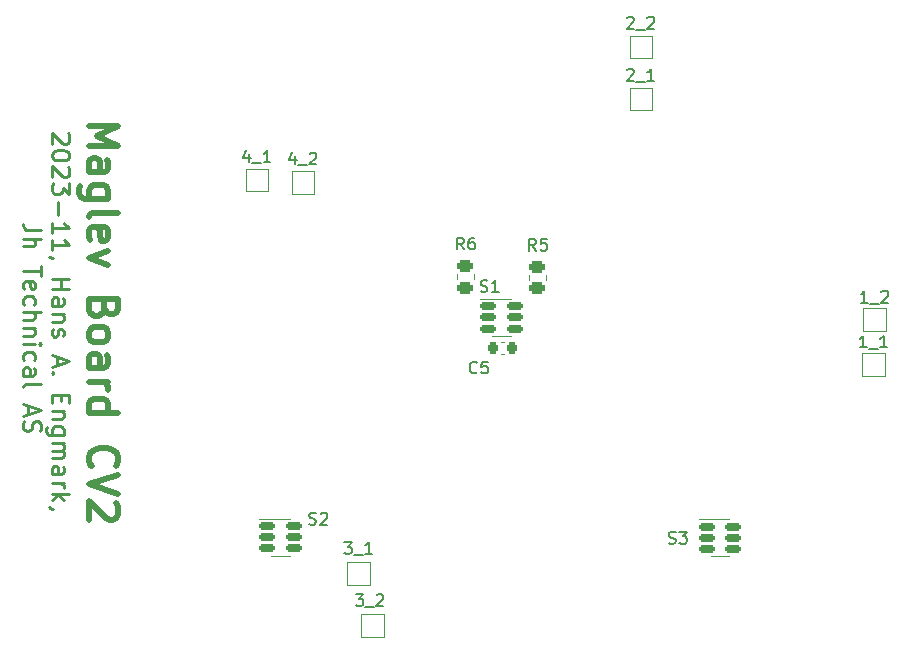
<source format=gto>
%TF.GenerationSoftware,KiCad,Pcbnew,7.0.9-7.0.9~ubuntu23.04.1*%
%TF.CreationDate,2023-11-29T14:17:22+01:00*%
%TF.ProjectId,maglev cv2,6d61676c-6576-4206-9376-322e6b696361,rev?*%
%TF.SameCoordinates,Original*%
%TF.FileFunction,Legend,Top*%
%TF.FilePolarity,Positive*%
%FSLAX46Y46*%
G04 Gerber Fmt 4.6, Leading zero omitted, Abs format (unit mm)*
G04 Created by KiCad (PCBNEW 7.0.9-7.0.9~ubuntu23.04.1) date 2023-11-29 14:17:22*
%MOMM*%
%LPD*%
G01*
G04 APERTURE LIST*
G04 Aperture macros list*
%AMRoundRect*
0 Rectangle with rounded corners*
0 $1 Rounding radius*
0 $2 $3 $4 $5 $6 $7 $8 $9 X,Y pos of 4 corners*
0 Add a 4 corners polygon primitive as box body*
4,1,4,$2,$3,$4,$5,$6,$7,$8,$9,$2,$3,0*
0 Add four circle primitives for the rounded corners*
1,1,$1+$1,$2,$3*
1,1,$1+$1,$4,$5*
1,1,$1+$1,$6,$7*
1,1,$1+$1,$8,$9*
0 Add four rect primitives between the rounded corners*
20,1,$1+$1,$2,$3,$4,$5,0*
20,1,$1+$1,$4,$5,$6,$7,0*
20,1,$1+$1,$6,$7,$8,$9,0*
20,1,$1+$1,$8,$9,$2,$3,0*%
G04 Aperture macros list end*
%ADD10C,0.250000*%
%ADD11C,0.500000*%
%ADD12C,0.150000*%
%ADD13C,0.120000*%
%ADD14R,1.500000X1.500000*%
%ADD15RoundRect,0.250000X-0.450000X0.262500X-0.450000X-0.262500X0.450000X-0.262500X0.450000X0.262500X0*%
%ADD16RoundRect,0.225000X-0.225000X-0.250000X0.225000X-0.250000X0.225000X0.250000X-0.225000X0.250000X0*%
%ADD17RoundRect,0.150000X-0.512500X-0.150000X0.512500X-0.150000X0.512500X0.150000X-0.512500X0.150000X0*%
%ADD18C,2.500000*%
%ADD19RoundRect,0.250000X0.450000X-0.262500X0.450000X0.262500X-0.450000X0.262500X-0.450000X-0.262500X0*%
%ADD20C,3.200000*%
%ADD21C,2.000000*%
G04 APERTURE END LIST*
D10*
X109483714Y-83676115D02*
X109555142Y-83747543D01*
X109555142Y-83747543D02*
X109626571Y-83890401D01*
X109626571Y-83890401D02*
X109626571Y-84247543D01*
X109626571Y-84247543D02*
X109555142Y-84390401D01*
X109555142Y-84390401D02*
X109483714Y-84461829D01*
X109483714Y-84461829D02*
X109340857Y-84533258D01*
X109340857Y-84533258D02*
X109198000Y-84533258D01*
X109198000Y-84533258D02*
X108983714Y-84461829D01*
X108983714Y-84461829D02*
X108126571Y-83604686D01*
X108126571Y-83604686D02*
X108126571Y-84533258D01*
X109626571Y-85461829D02*
X109626571Y-85604686D01*
X109626571Y-85604686D02*
X109555142Y-85747543D01*
X109555142Y-85747543D02*
X109483714Y-85818972D01*
X109483714Y-85818972D02*
X109340857Y-85890400D01*
X109340857Y-85890400D02*
X109055142Y-85961829D01*
X109055142Y-85961829D02*
X108698000Y-85961829D01*
X108698000Y-85961829D02*
X108412285Y-85890400D01*
X108412285Y-85890400D02*
X108269428Y-85818972D01*
X108269428Y-85818972D02*
X108198000Y-85747543D01*
X108198000Y-85747543D02*
X108126571Y-85604686D01*
X108126571Y-85604686D02*
X108126571Y-85461829D01*
X108126571Y-85461829D02*
X108198000Y-85318972D01*
X108198000Y-85318972D02*
X108269428Y-85247543D01*
X108269428Y-85247543D02*
X108412285Y-85176114D01*
X108412285Y-85176114D02*
X108698000Y-85104686D01*
X108698000Y-85104686D02*
X109055142Y-85104686D01*
X109055142Y-85104686D02*
X109340857Y-85176114D01*
X109340857Y-85176114D02*
X109483714Y-85247543D01*
X109483714Y-85247543D02*
X109555142Y-85318972D01*
X109555142Y-85318972D02*
X109626571Y-85461829D01*
X109483714Y-86533257D02*
X109555142Y-86604685D01*
X109555142Y-86604685D02*
X109626571Y-86747543D01*
X109626571Y-86747543D02*
X109626571Y-87104685D01*
X109626571Y-87104685D02*
X109555142Y-87247543D01*
X109555142Y-87247543D02*
X109483714Y-87318971D01*
X109483714Y-87318971D02*
X109340857Y-87390400D01*
X109340857Y-87390400D02*
X109198000Y-87390400D01*
X109198000Y-87390400D02*
X108983714Y-87318971D01*
X108983714Y-87318971D02*
X108126571Y-86461828D01*
X108126571Y-86461828D02*
X108126571Y-87390400D01*
X109626571Y-87890399D02*
X109626571Y-88818971D01*
X109626571Y-88818971D02*
X109055142Y-88318971D01*
X109055142Y-88318971D02*
X109055142Y-88533256D01*
X109055142Y-88533256D02*
X108983714Y-88676114D01*
X108983714Y-88676114D02*
X108912285Y-88747542D01*
X108912285Y-88747542D02*
X108769428Y-88818971D01*
X108769428Y-88818971D02*
X108412285Y-88818971D01*
X108412285Y-88818971D02*
X108269428Y-88747542D01*
X108269428Y-88747542D02*
X108198000Y-88676114D01*
X108198000Y-88676114D02*
X108126571Y-88533256D01*
X108126571Y-88533256D02*
X108126571Y-88104685D01*
X108126571Y-88104685D02*
X108198000Y-87961828D01*
X108198000Y-87961828D02*
X108269428Y-87890399D01*
X108698000Y-89461827D02*
X108698000Y-90604685D01*
X108126571Y-92104685D02*
X108126571Y-91247542D01*
X108126571Y-91676113D02*
X109626571Y-91676113D01*
X109626571Y-91676113D02*
X109412285Y-91533256D01*
X109412285Y-91533256D02*
X109269428Y-91390399D01*
X109269428Y-91390399D02*
X109198000Y-91247542D01*
X108126571Y-93533256D02*
X108126571Y-92676113D01*
X108126571Y-93104684D02*
X109626571Y-93104684D01*
X109626571Y-93104684D02*
X109412285Y-92961827D01*
X109412285Y-92961827D02*
X109269428Y-92818970D01*
X109269428Y-92818970D02*
X109198000Y-92676113D01*
X108198000Y-94247541D02*
X108126571Y-94247541D01*
X108126571Y-94247541D02*
X107983714Y-94176112D01*
X107983714Y-94176112D02*
X107912285Y-94104684D01*
X108126571Y-96033255D02*
X109626571Y-96033255D01*
X108912285Y-96033255D02*
X108912285Y-96890398D01*
X108126571Y-96890398D02*
X109626571Y-96890398D01*
X108126571Y-98247542D02*
X108912285Y-98247542D01*
X108912285Y-98247542D02*
X109055142Y-98176113D01*
X109055142Y-98176113D02*
X109126571Y-98033256D01*
X109126571Y-98033256D02*
X109126571Y-97747542D01*
X109126571Y-97747542D02*
X109055142Y-97604684D01*
X108198000Y-98247542D02*
X108126571Y-98104684D01*
X108126571Y-98104684D02*
X108126571Y-97747542D01*
X108126571Y-97747542D02*
X108198000Y-97604684D01*
X108198000Y-97604684D02*
X108340857Y-97533256D01*
X108340857Y-97533256D02*
X108483714Y-97533256D01*
X108483714Y-97533256D02*
X108626571Y-97604684D01*
X108626571Y-97604684D02*
X108698000Y-97747542D01*
X108698000Y-97747542D02*
X108698000Y-98104684D01*
X108698000Y-98104684D02*
X108769428Y-98247542D01*
X109126571Y-98961827D02*
X108126571Y-98961827D01*
X108983714Y-98961827D02*
X109055142Y-99033256D01*
X109055142Y-99033256D02*
X109126571Y-99176113D01*
X109126571Y-99176113D02*
X109126571Y-99390399D01*
X109126571Y-99390399D02*
X109055142Y-99533256D01*
X109055142Y-99533256D02*
X108912285Y-99604685D01*
X108912285Y-99604685D02*
X108126571Y-99604685D01*
X108198000Y-100247542D02*
X108126571Y-100390399D01*
X108126571Y-100390399D02*
X108126571Y-100676113D01*
X108126571Y-100676113D02*
X108198000Y-100818970D01*
X108198000Y-100818970D02*
X108340857Y-100890399D01*
X108340857Y-100890399D02*
X108412285Y-100890399D01*
X108412285Y-100890399D02*
X108555142Y-100818970D01*
X108555142Y-100818970D02*
X108626571Y-100676113D01*
X108626571Y-100676113D02*
X108626571Y-100461828D01*
X108626571Y-100461828D02*
X108698000Y-100318970D01*
X108698000Y-100318970D02*
X108840857Y-100247542D01*
X108840857Y-100247542D02*
X108912285Y-100247542D01*
X108912285Y-100247542D02*
X109055142Y-100318970D01*
X109055142Y-100318970D02*
X109126571Y-100461828D01*
X109126571Y-100461828D02*
X109126571Y-100676113D01*
X109126571Y-100676113D02*
X109055142Y-100818970D01*
X108555142Y-102604685D02*
X108555142Y-103318971D01*
X108126571Y-102461828D02*
X109626571Y-102961828D01*
X109626571Y-102961828D02*
X108126571Y-103461828D01*
X108269428Y-103961827D02*
X108198000Y-104033256D01*
X108198000Y-104033256D02*
X108126571Y-103961827D01*
X108126571Y-103961827D02*
X108198000Y-103890399D01*
X108198000Y-103890399D02*
X108269428Y-103961827D01*
X108269428Y-103961827D02*
X108126571Y-103961827D01*
X108912285Y-105818970D02*
X108912285Y-106318970D01*
X108126571Y-106533256D02*
X108126571Y-105818970D01*
X108126571Y-105818970D02*
X109626571Y-105818970D01*
X109626571Y-105818970D02*
X109626571Y-106533256D01*
X109126571Y-107176113D02*
X108126571Y-107176113D01*
X108983714Y-107176113D02*
X109055142Y-107247542D01*
X109055142Y-107247542D02*
X109126571Y-107390399D01*
X109126571Y-107390399D02*
X109126571Y-107604685D01*
X109126571Y-107604685D02*
X109055142Y-107747542D01*
X109055142Y-107747542D02*
X108912285Y-107818971D01*
X108912285Y-107818971D02*
X108126571Y-107818971D01*
X109126571Y-109176114D02*
X107912285Y-109176114D01*
X107912285Y-109176114D02*
X107769428Y-109104685D01*
X107769428Y-109104685D02*
X107698000Y-109033256D01*
X107698000Y-109033256D02*
X107626571Y-108890399D01*
X107626571Y-108890399D02*
X107626571Y-108676114D01*
X107626571Y-108676114D02*
X107698000Y-108533256D01*
X108198000Y-109176114D02*
X108126571Y-109033256D01*
X108126571Y-109033256D02*
X108126571Y-108747542D01*
X108126571Y-108747542D02*
X108198000Y-108604685D01*
X108198000Y-108604685D02*
X108269428Y-108533256D01*
X108269428Y-108533256D02*
X108412285Y-108461828D01*
X108412285Y-108461828D02*
X108840857Y-108461828D01*
X108840857Y-108461828D02*
X108983714Y-108533256D01*
X108983714Y-108533256D02*
X109055142Y-108604685D01*
X109055142Y-108604685D02*
X109126571Y-108747542D01*
X109126571Y-108747542D02*
X109126571Y-109033256D01*
X109126571Y-109033256D02*
X109055142Y-109176114D01*
X108126571Y-109890399D02*
X109126571Y-109890399D01*
X108983714Y-109890399D02*
X109055142Y-109961828D01*
X109055142Y-109961828D02*
X109126571Y-110104685D01*
X109126571Y-110104685D02*
X109126571Y-110318971D01*
X109126571Y-110318971D02*
X109055142Y-110461828D01*
X109055142Y-110461828D02*
X108912285Y-110533257D01*
X108912285Y-110533257D02*
X108126571Y-110533257D01*
X108912285Y-110533257D02*
X109055142Y-110604685D01*
X109055142Y-110604685D02*
X109126571Y-110747542D01*
X109126571Y-110747542D02*
X109126571Y-110961828D01*
X109126571Y-110961828D02*
X109055142Y-111104685D01*
X109055142Y-111104685D02*
X108912285Y-111176114D01*
X108912285Y-111176114D02*
X108126571Y-111176114D01*
X108126571Y-112533257D02*
X108912285Y-112533257D01*
X108912285Y-112533257D02*
X109055142Y-112461828D01*
X109055142Y-112461828D02*
X109126571Y-112318971D01*
X109126571Y-112318971D02*
X109126571Y-112033257D01*
X109126571Y-112033257D02*
X109055142Y-111890399D01*
X108198000Y-112533257D02*
X108126571Y-112390399D01*
X108126571Y-112390399D02*
X108126571Y-112033257D01*
X108126571Y-112033257D02*
X108198000Y-111890399D01*
X108198000Y-111890399D02*
X108340857Y-111818971D01*
X108340857Y-111818971D02*
X108483714Y-111818971D01*
X108483714Y-111818971D02*
X108626571Y-111890399D01*
X108626571Y-111890399D02*
X108698000Y-112033257D01*
X108698000Y-112033257D02*
X108698000Y-112390399D01*
X108698000Y-112390399D02*
X108769428Y-112533257D01*
X108126571Y-113247542D02*
X109126571Y-113247542D01*
X108840857Y-113247542D02*
X108983714Y-113318971D01*
X108983714Y-113318971D02*
X109055142Y-113390400D01*
X109055142Y-113390400D02*
X109126571Y-113533257D01*
X109126571Y-113533257D02*
X109126571Y-113676114D01*
X108126571Y-114176113D02*
X109626571Y-114176113D01*
X108698000Y-114318971D02*
X108126571Y-114747542D01*
X109126571Y-114747542D02*
X108555142Y-114176113D01*
X108198000Y-115461828D02*
X108126571Y-115461828D01*
X108126571Y-115461828D02*
X107983714Y-115390399D01*
X107983714Y-115390399D02*
X107912285Y-115318971D01*
X107211571Y-91890401D02*
X106140142Y-91890401D01*
X106140142Y-91890401D02*
X105925857Y-91818972D01*
X105925857Y-91818972D02*
X105783000Y-91676115D01*
X105783000Y-91676115D02*
X105711571Y-91461829D01*
X105711571Y-91461829D02*
X105711571Y-91318972D01*
X105711571Y-92604686D02*
X107211571Y-92604686D01*
X105711571Y-93247544D02*
X106497285Y-93247544D01*
X106497285Y-93247544D02*
X106640142Y-93176115D01*
X106640142Y-93176115D02*
X106711571Y-93033258D01*
X106711571Y-93033258D02*
X106711571Y-92818972D01*
X106711571Y-92818972D02*
X106640142Y-92676115D01*
X106640142Y-92676115D02*
X106568714Y-92604686D01*
X107211571Y-94890401D02*
X107211571Y-95747544D01*
X105711571Y-95318972D02*
X107211571Y-95318972D01*
X105783000Y-96818972D02*
X105711571Y-96676115D01*
X105711571Y-96676115D02*
X105711571Y-96390401D01*
X105711571Y-96390401D02*
X105783000Y-96247543D01*
X105783000Y-96247543D02*
X105925857Y-96176115D01*
X105925857Y-96176115D02*
X106497285Y-96176115D01*
X106497285Y-96176115D02*
X106640142Y-96247543D01*
X106640142Y-96247543D02*
X106711571Y-96390401D01*
X106711571Y-96390401D02*
X106711571Y-96676115D01*
X106711571Y-96676115D02*
X106640142Y-96818972D01*
X106640142Y-96818972D02*
X106497285Y-96890401D01*
X106497285Y-96890401D02*
X106354428Y-96890401D01*
X106354428Y-96890401D02*
X106211571Y-96176115D01*
X105783000Y-98176115D02*
X105711571Y-98033257D01*
X105711571Y-98033257D02*
X105711571Y-97747543D01*
X105711571Y-97747543D02*
X105783000Y-97604686D01*
X105783000Y-97604686D02*
X105854428Y-97533257D01*
X105854428Y-97533257D02*
X105997285Y-97461829D01*
X105997285Y-97461829D02*
X106425857Y-97461829D01*
X106425857Y-97461829D02*
X106568714Y-97533257D01*
X106568714Y-97533257D02*
X106640142Y-97604686D01*
X106640142Y-97604686D02*
X106711571Y-97747543D01*
X106711571Y-97747543D02*
X106711571Y-98033257D01*
X106711571Y-98033257D02*
X106640142Y-98176115D01*
X105711571Y-98818971D02*
X107211571Y-98818971D01*
X105711571Y-99461829D02*
X106497285Y-99461829D01*
X106497285Y-99461829D02*
X106640142Y-99390400D01*
X106640142Y-99390400D02*
X106711571Y-99247543D01*
X106711571Y-99247543D02*
X106711571Y-99033257D01*
X106711571Y-99033257D02*
X106640142Y-98890400D01*
X106640142Y-98890400D02*
X106568714Y-98818971D01*
X106711571Y-100176114D02*
X105711571Y-100176114D01*
X106568714Y-100176114D02*
X106640142Y-100247543D01*
X106640142Y-100247543D02*
X106711571Y-100390400D01*
X106711571Y-100390400D02*
X106711571Y-100604686D01*
X106711571Y-100604686D02*
X106640142Y-100747543D01*
X106640142Y-100747543D02*
X106497285Y-100818972D01*
X106497285Y-100818972D02*
X105711571Y-100818972D01*
X105711571Y-101533257D02*
X106711571Y-101533257D01*
X107211571Y-101533257D02*
X107140142Y-101461829D01*
X107140142Y-101461829D02*
X107068714Y-101533257D01*
X107068714Y-101533257D02*
X107140142Y-101604686D01*
X107140142Y-101604686D02*
X107211571Y-101533257D01*
X107211571Y-101533257D02*
X107068714Y-101533257D01*
X105783000Y-102890401D02*
X105711571Y-102747543D01*
X105711571Y-102747543D02*
X105711571Y-102461829D01*
X105711571Y-102461829D02*
X105783000Y-102318972D01*
X105783000Y-102318972D02*
X105854428Y-102247543D01*
X105854428Y-102247543D02*
X105997285Y-102176115D01*
X105997285Y-102176115D02*
X106425857Y-102176115D01*
X106425857Y-102176115D02*
X106568714Y-102247543D01*
X106568714Y-102247543D02*
X106640142Y-102318972D01*
X106640142Y-102318972D02*
X106711571Y-102461829D01*
X106711571Y-102461829D02*
X106711571Y-102747543D01*
X106711571Y-102747543D02*
X106640142Y-102890401D01*
X105711571Y-104176115D02*
X106497285Y-104176115D01*
X106497285Y-104176115D02*
X106640142Y-104104686D01*
X106640142Y-104104686D02*
X106711571Y-103961829D01*
X106711571Y-103961829D02*
X106711571Y-103676115D01*
X106711571Y-103676115D02*
X106640142Y-103533257D01*
X105783000Y-104176115D02*
X105711571Y-104033257D01*
X105711571Y-104033257D02*
X105711571Y-103676115D01*
X105711571Y-103676115D02*
X105783000Y-103533257D01*
X105783000Y-103533257D02*
X105925857Y-103461829D01*
X105925857Y-103461829D02*
X106068714Y-103461829D01*
X106068714Y-103461829D02*
X106211571Y-103533257D01*
X106211571Y-103533257D02*
X106283000Y-103676115D01*
X106283000Y-103676115D02*
X106283000Y-104033257D01*
X106283000Y-104033257D02*
X106354428Y-104176115D01*
X105711571Y-105104686D02*
X105783000Y-104961829D01*
X105783000Y-104961829D02*
X105925857Y-104890400D01*
X105925857Y-104890400D02*
X107211571Y-104890400D01*
X106140142Y-106747543D02*
X106140142Y-107461829D01*
X105711571Y-106604686D02*
X107211571Y-107104686D01*
X107211571Y-107104686D02*
X105711571Y-107604686D01*
X105783000Y-108033257D02*
X105711571Y-108247543D01*
X105711571Y-108247543D02*
X105711571Y-108604685D01*
X105711571Y-108604685D02*
X105783000Y-108747543D01*
X105783000Y-108747543D02*
X105854428Y-108818971D01*
X105854428Y-108818971D02*
X105997285Y-108890400D01*
X105997285Y-108890400D02*
X106140142Y-108890400D01*
X106140142Y-108890400D02*
X106283000Y-108818971D01*
X106283000Y-108818971D02*
X106354428Y-108747543D01*
X106354428Y-108747543D02*
X106425857Y-108604685D01*
X106425857Y-108604685D02*
X106497285Y-108318971D01*
X106497285Y-108318971D02*
X106568714Y-108176114D01*
X106568714Y-108176114D02*
X106640142Y-108104685D01*
X106640142Y-108104685D02*
X106783000Y-108033257D01*
X106783000Y-108033257D02*
X106925857Y-108033257D01*
X106925857Y-108033257D02*
X107068714Y-108104685D01*
X107068714Y-108104685D02*
X107140142Y-108176114D01*
X107140142Y-108176114D02*
X107211571Y-108318971D01*
X107211571Y-108318971D02*
X107211571Y-108676114D01*
X107211571Y-108676114D02*
X107140142Y-108890400D01*
D11*
X111269452Y-83033257D02*
X113769452Y-83033257D01*
X113769452Y-83033257D02*
X111983738Y-83866590D01*
X111983738Y-83866590D02*
X113769452Y-84699923D01*
X113769452Y-84699923D02*
X111269452Y-84699923D01*
X111269452Y-86961828D02*
X112578976Y-86961828D01*
X112578976Y-86961828D02*
X112817071Y-86842781D01*
X112817071Y-86842781D02*
X112936119Y-86604685D01*
X112936119Y-86604685D02*
X112936119Y-86128495D01*
X112936119Y-86128495D02*
X112817071Y-85890400D01*
X111388500Y-86961828D02*
X111269452Y-86723733D01*
X111269452Y-86723733D02*
X111269452Y-86128495D01*
X111269452Y-86128495D02*
X111388500Y-85890400D01*
X111388500Y-85890400D02*
X111626595Y-85771352D01*
X111626595Y-85771352D02*
X111864690Y-85771352D01*
X111864690Y-85771352D02*
X112102785Y-85890400D01*
X112102785Y-85890400D02*
X112221833Y-86128495D01*
X112221833Y-86128495D02*
X112221833Y-86723733D01*
X112221833Y-86723733D02*
X112340880Y-86961828D01*
X112936119Y-89223733D02*
X110912309Y-89223733D01*
X110912309Y-89223733D02*
X110674214Y-89104686D01*
X110674214Y-89104686D02*
X110555166Y-88985638D01*
X110555166Y-88985638D02*
X110436119Y-88747543D01*
X110436119Y-88747543D02*
X110436119Y-88390400D01*
X110436119Y-88390400D02*
X110555166Y-88152305D01*
X111388500Y-89223733D02*
X111269452Y-88985638D01*
X111269452Y-88985638D02*
X111269452Y-88509447D01*
X111269452Y-88509447D02*
X111388500Y-88271352D01*
X111388500Y-88271352D02*
X111507547Y-88152305D01*
X111507547Y-88152305D02*
X111745642Y-88033257D01*
X111745642Y-88033257D02*
X112459928Y-88033257D01*
X112459928Y-88033257D02*
X112698023Y-88152305D01*
X112698023Y-88152305D02*
X112817071Y-88271352D01*
X112817071Y-88271352D02*
X112936119Y-88509447D01*
X112936119Y-88509447D02*
X112936119Y-88985638D01*
X112936119Y-88985638D02*
X112817071Y-89223733D01*
X111269452Y-90771352D02*
X111388500Y-90533257D01*
X111388500Y-90533257D02*
X111626595Y-90414210D01*
X111626595Y-90414210D02*
X113769452Y-90414210D01*
X111388500Y-92676115D02*
X111269452Y-92438019D01*
X111269452Y-92438019D02*
X111269452Y-91961829D01*
X111269452Y-91961829D02*
X111388500Y-91723734D01*
X111388500Y-91723734D02*
X111626595Y-91604686D01*
X111626595Y-91604686D02*
X112578976Y-91604686D01*
X112578976Y-91604686D02*
X112817071Y-91723734D01*
X112817071Y-91723734D02*
X112936119Y-91961829D01*
X112936119Y-91961829D02*
X112936119Y-92438019D01*
X112936119Y-92438019D02*
X112817071Y-92676115D01*
X112817071Y-92676115D02*
X112578976Y-92795162D01*
X112578976Y-92795162D02*
X112340880Y-92795162D01*
X112340880Y-92795162D02*
X112102785Y-91604686D01*
X112936119Y-93628495D02*
X111269452Y-94223733D01*
X111269452Y-94223733D02*
X112936119Y-94818972D01*
X112578976Y-98509448D02*
X112459928Y-98866591D01*
X112459928Y-98866591D02*
X112340880Y-98985638D01*
X112340880Y-98985638D02*
X112102785Y-99104686D01*
X112102785Y-99104686D02*
X111745642Y-99104686D01*
X111745642Y-99104686D02*
X111507547Y-98985638D01*
X111507547Y-98985638D02*
X111388500Y-98866591D01*
X111388500Y-98866591D02*
X111269452Y-98628496D01*
X111269452Y-98628496D02*
X111269452Y-97676115D01*
X111269452Y-97676115D02*
X113769452Y-97676115D01*
X113769452Y-97676115D02*
X113769452Y-98509448D01*
X113769452Y-98509448D02*
X113650404Y-98747543D01*
X113650404Y-98747543D02*
X113531357Y-98866591D01*
X113531357Y-98866591D02*
X113293261Y-98985638D01*
X113293261Y-98985638D02*
X113055166Y-98985638D01*
X113055166Y-98985638D02*
X112817071Y-98866591D01*
X112817071Y-98866591D02*
X112698023Y-98747543D01*
X112698023Y-98747543D02*
X112578976Y-98509448D01*
X112578976Y-98509448D02*
X112578976Y-97676115D01*
X111269452Y-100533257D02*
X111388500Y-100295162D01*
X111388500Y-100295162D02*
X111507547Y-100176115D01*
X111507547Y-100176115D02*
X111745642Y-100057067D01*
X111745642Y-100057067D02*
X112459928Y-100057067D01*
X112459928Y-100057067D02*
X112698023Y-100176115D01*
X112698023Y-100176115D02*
X112817071Y-100295162D01*
X112817071Y-100295162D02*
X112936119Y-100533257D01*
X112936119Y-100533257D02*
X112936119Y-100890400D01*
X112936119Y-100890400D02*
X112817071Y-101128496D01*
X112817071Y-101128496D02*
X112698023Y-101247543D01*
X112698023Y-101247543D02*
X112459928Y-101366591D01*
X112459928Y-101366591D02*
X111745642Y-101366591D01*
X111745642Y-101366591D02*
X111507547Y-101247543D01*
X111507547Y-101247543D02*
X111388500Y-101128496D01*
X111388500Y-101128496D02*
X111269452Y-100890400D01*
X111269452Y-100890400D02*
X111269452Y-100533257D01*
X111269452Y-103509448D02*
X112578976Y-103509448D01*
X112578976Y-103509448D02*
X112817071Y-103390401D01*
X112817071Y-103390401D02*
X112936119Y-103152305D01*
X112936119Y-103152305D02*
X112936119Y-102676115D01*
X112936119Y-102676115D02*
X112817071Y-102438020D01*
X111388500Y-103509448D02*
X111269452Y-103271353D01*
X111269452Y-103271353D02*
X111269452Y-102676115D01*
X111269452Y-102676115D02*
X111388500Y-102438020D01*
X111388500Y-102438020D02*
X111626595Y-102318972D01*
X111626595Y-102318972D02*
X111864690Y-102318972D01*
X111864690Y-102318972D02*
X112102785Y-102438020D01*
X112102785Y-102438020D02*
X112221833Y-102676115D01*
X112221833Y-102676115D02*
X112221833Y-103271353D01*
X112221833Y-103271353D02*
X112340880Y-103509448D01*
X111269452Y-104699925D02*
X112936119Y-104699925D01*
X112459928Y-104699925D02*
X112698023Y-104818972D01*
X112698023Y-104818972D02*
X112817071Y-104938020D01*
X112817071Y-104938020D02*
X112936119Y-105176115D01*
X112936119Y-105176115D02*
X112936119Y-105414210D01*
X111269452Y-107318972D02*
X113769452Y-107318972D01*
X111388500Y-107318972D02*
X111269452Y-107080877D01*
X111269452Y-107080877D02*
X111269452Y-106604686D01*
X111269452Y-106604686D02*
X111388500Y-106366591D01*
X111388500Y-106366591D02*
X111507547Y-106247544D01*
X111507547Y-106247544D02*
X111745642Y-106128496D01*
X111745642Y-106128496D02*
X112459928Y-106128496D01*
X112459928Y-106128496D02*
X112698023Y-106247544D01*
X112698023Y-106247544D02*
X112817071Y-106366591D01*
X112817071Y-106366591D02*
X112936119Y-106604686D01*
X112936119Y-106604686D02*
X112936119Y-107080877D01*
X112936119Y-107080877D02*
X112817071Y-107318972D01*
X111507547Y-111842782D02*
X111388500Y-111723734D01*
X111388500Y-111723734D02*
X111269452Y-111366592D01*
X111269452Y-111366592D02*
X111269452Y-111128496D01*
X111269452Y-111128496D02*
X111388500Y-110771353D01*
X111388500Y-110771353D02*
X111626595Y-110533258D01*
X111626595Y-110533258D02*
X111864690Y-110414211D01*
X111864690Y-110414211D02*
X112340880Y-110295163D01*
X112340880Y-110295163D02*
X112698023Y-110295163D01*
X112698023Y-110295163D02*
X113174214Y-110414211D01*
X113174214Y-110414211D02*
X113412309Y-110533258D01*
X113412309Y-110533258D02*
X113650404Y-110771353D01*
X113650404Y-110771353D02*
X113769452Y-111128496D01*
X113769452Y-111128496D02*
X113769452Y-111366592D01*
X113769452Y-111366592D02*
X113650404Y-111723734D01*
X113650404Y-111723734D02*
X113531357Y-111842782D01*
X113769452Y-112557068D02*
X111269452Y-113390401D01*
X111269452Y-113390401D02*
X113769452Y-114223734D01*
X113531357Y-114938020D02*
X113650404Y-115057068D01*
X113650404Y-115057068D02*
X113769452Y-115295163D01*
X113769452Y-115295163D02*
X113769452Y-115890401D01*
X113769452Y-115890401D02*
X113650404Y-116128496D01*
X113650404Y-116128496D02*
X113531357Y-116247544D01*
X113531357Y-116247544D02*
X113293261Y-116366591D01*
X113293261Y-116366591D02*
X113055166Y-116366591D01*
X113055166Y-116366591D02*
X112698023Y-116247544D01*
X112698023Y-116247544D02*
X111269452Y-114818972D01*
X111269452Y-114818972D02*
X111269452Y-116366591D01*
D12*
X133873524Y-122675619D02*
X134492571Y-122675619D01*
X134492571Y-122675619D02*
X134159238Y-123056571D01*
X134159238Y-123056571D02*
X134302095Y-123056571D01*
X134302095Y-123056571D02*
X134397333Y-123104190D01*
X134397333Y-123104190D02*
X134444952Y-123151809D01*
X134444952Y-123151809D02*
X134492571Y-123247047D01*
X134492571Y-123247047D02*
X134492571Y-123485142D01*
X134492571Y-123485142D02*
X134444952Y-123580380D01*
X134444952Y-123580380D02*
X134397333Y-123628000D01*
X134397333Y-123628000D02*
X134302095Y-123675619D01*
X134302095Y-123675619D02*
X134016381Y-123675619D01*
X134016381Y-123675619D02*
X133921143Y-123628000D01*
X133921143Y-123628000D02*
X133873524Y-123580380D01*
X134683048Y-123770857D02*
X135444952Y-123770857D01*
X135635429Y-122770857D02*
X135683048Y-122723238D01*
X135683048Y-122723238D02*
X135778286Y-122675619D01*
X135778286Y-122675619D02*
X136016381Y-122675619D01*
X136016381Y-122675619D02*
X136111619Y-122723238D01*
X136111619Y-122723238D02*
X136159238Y-122770857D01*
X136159238Y-122770857D02*
X136206857Y-122866095D01*
X136206857Y-122866095D02*
X136206857Y-122961333D01*
X136206857Y-122961333D02*
X136159238Y-123104190D01*
X136159238Y-123104190D02*
X135587810Y-123675619D01*
X135587810Y-123675619D02*
X136206857Y-123675619D01*
X149133333Y-93595219D02*
X148800000Y-93119028D01*
X148561905Y-93595219D02*
X148561905Y-92595219D01*
X148561905Y-92595219D02*
X148942857Y-92595219D01*
X148942857Y-92595219D02*
X149038095Y-92642838D01*
X149038095Y-92642838D02*
X149085714Y-92690457D01*
X149085714Y-92690457D02*
X149133333Y-92785695D01*
X149133333Y-92785695D02*
X149133333Y-92928552D01*
X149133333Y-92928552D02*
X149085714Y-93023790D01*
X149085714Y-93023790D02*
X149038095Y-93071409D01*
X149038095Y-93071409D02*
X148942857Y-93119028D01*
X148942857Y-93119028D02*
X148561905Y-93119028D01*
X150038095Y-92595219D02*
X149561905Y-92595219D01*
X149561905Y-92595219D02*
X149514286Y-93071409D01*
X149514286Y-93071409D02*
X149561905Y-93023790D01*
X149561905Y-93023790D02*
X149657143Y-92976171D01*
X149657143Y-92976171D02*
X149895238Y-92976171D01*
X149895238Y-92976171D02*
X149990476Y-93023790D01*
X149990476Y-93023790D02*
X150038095Y-93071409D01*
X150038095Y-93071409D02*
X150085714Y-93166647D01*
X150085714Y-93166647D02*
X150085714Y-93404742D01*
X150085714Y-93404742D02*
X150038095Y-93499980D01*
X150038095Y-93499980D02*
X149990476Y-93547600D01*
X149990476Y-93547600D02*
X149895238Y-93595219D01*
X149895238Y-93595219D02*
X149657143Y-93595219D01*
X149657143Y-93595219D02*
X149561905Y-93547600D01*
X149561905Y-93547600D02*
X149514286Y-93499980D01*
X124833333Y-85428552D02*
X124833333Y-86095219D01*
X124595238Y-85047600D02*
X124357143Y-85761885D01*
X124357143Y-85761885D02*
X124976190Y-85761885D01*
X125119048Y-86190457D02*
X125880952Y-86190457D01*
X126642857Y-86095219D02*
X126071429Y-86095219D01*
X126357143Y-86095219D02*
X126357143Y-85095219D01*
X126357143Y-85095219D02*
X126261905Y-85238076D01*
X126261905Y-85238076D02*
X126166667Y-85333314D01*
X126166667Y-85333314D02*
X126071429Y-85380933D01*
X144133333Y-103899980D02*
X144085714Y-103947600D01*
X144085714Y-103947600D02*
X143942857Y-103995219D01*
X143942857Y-103995219D02*
X143847619Y-103995219D01*
X143847619Y-103995219D02*
X143704762Y-103947600D01*
X143704762Y-103947600D02*
X143609524Y-103852361D01*
X143609524Y-103852361D02*
X143561905Y-103757123D01*
X143561905Y-103757123D02*
X143514286Y-103566647D01*
X143514286Y-103566647D02*
X143514286Y-103423790D01*
X143514286Y-103423790D02*
X143561905Y-103233314D01*
X143561905Y-103233314D02*
X143609524Y-103138076D01*
X143609524Y-103138076D02*
X143704762Y-103042838D01*
X143704762Y-103042838D02*
X143847619Y-102995219D01*
X143847619Y-102995219D02*
X143942857Y-102995219D01*
X143942857Y-102995219D02*
X144085714Y-103042838D01*
X144085714Y-103042838D02*
X144133333Y-103090457D01*
X145038095Y-102995219D02*
X144561905Y-102995219D01*
X144561905Y-102995219D02*
X144514286Y-103471409D01*
X144514286Y-103471409D02*
X144561905Y-103423790D01*
X144561905Y-103423790D02*
X144657143Y-103376171D01*
X144657143Y-103376171D02*
X144895238Y-103376171D01*
X144895238Y-103376171D02*
X144990476Y-103423790D01*
X144990476Y-103423790D02*
X145038095Y-103471409D01*
X145038095Y-103471409D02*
X145085714Y-103566647D01*
X145085714Y-103566647D02*
X145085714Y-103804742D01*
X145085714Y-103804742D02*
X145038095Y-103899980D01*
X145038095Y-103899980D02*
X144990476Y-103947600D01*
X144990476Y-103947600D02*
X144895238Y-103995219D01*
X144895238Y-103995219D02*
X144657143Y-103995219D01*
X144657143Y-103995219D02*
X144561905Y-103947600D01*
X144561905Y-103947600D02*
X144514286Y-103899980D01*
X177228571Y-97995219D02*
X176657143Y-97995219D01*
X176942857Y-97995219D02*
X176942857Y-96995219D01*
X176942857Y-96995219D02*
X176847619Y-97138076D01*
X176847619Y-97138076D02*
X176752381Y-97233314D01*
X176752381Y-97233314D02*
X176657143Y-97280933D01*
X177419048Y-98090457D02*
X178180952Y-98090457D01*
X178371429Y-97090457D02*
X178419048Y-97042838D01*
X178419048Y-97042838D02*
X178514286Y-96995219D01*
X178514286Y-96995219D02*
X178752381Y-96995219D01*
X178752381Y-96995219D02*
X178847619Y-97042838D01*
X178847619Y-97042838D02*
X178895238Y-97090457D01*
X178895238Y-97090457D02*
X178942857Y-97185695D01*
X178942857Y-97185695D02*
X178942857Y-97280933D01*
X178942857Y-97280933D02*
X178895238Y-97423790D01*
X178895238Y-97423790D02*
X178323810Y-97995219D01*
X178323810Y-97995219D02*
X178942857Y-97995219D01*
X129938095Y-116747600D02*
X130080952Y-116795219D01*
X130080952Y-116795219D02*
X130319047Y-116795219D01*
X130319047Y-116795219D02*
X130414285Y-116747600D01*
X130414285Y-116747600D02*
X130461904Y-116699980D01*
X130461904Y-116699980D02*
X130509523Y-116604742D01*
X130509523Y-116604742D02*
X130509523Y-116509504D01*
X130509523Y-116509504D02*
X130461904Y-116414266D01*
X130461904Y-116414266D02*
X130414285Y-116366647D01*
X130414285Y-116366647D02*
X130319047Y-116319028D01*
X130319047Y-116319028D02*
X130128571Y-116271409D01*
X130128571Y-116271409D02*
X130033333Y-116223790D01*
X130033333Y-116223790D02*
X129985714Y-116176171D01*
X129985714Y-116176171D02*
X129938095Y-116080933D01*
X129938095Y-116080933D02*
X129938095Y-115985695D01*
X129938095Y-115985695D02*
X129985714Y-115890457D01*
X129985714Y-115890457D02*
X130033333Y-115842838D01*
X130033333Y-115842838D02*
X130128571Y-115795219D01*
X130128571Y-115795219D02*
X130366666Y-115795219D01*
X130366666Y-115795219D02*
X130509523Y-115842838D01*
X130890476Y-115890457D02*
X130938095Y-115842838D01*
X130938095Y-115842838D02*
X131033333Y-115795219D01*
X131033333Y-115795219D02*
X131271428Y-115795219D01*
X131271428Y-115795219D02*
X131366666Y-115842838D01*
X131366666Y-115842838D02*
X131414285Y-115890457D01*
X131414285Y-115890457D02*
X131461904Y-115985695D01*
X131461904Y-115985695D02*
X131461904Y-116080933D01*
X131461904Y-116080933D02*
X131414285Y-116223790D01*
X131414285Y-116223790D02*
X130842857Y-116795219D01*
X130842857Y-116795219D02*
X131461904Y-116795219D01*
X160375695Y-118364800D02*
X160518552Y-118412419D01*
X160518552Y-118412419D02*
X160756647Y-118412419D01*
X160756647Y-118412419D02*
X160851885Y-118364800D01*
X160851885Y-118364800D02*
X160899504Y-118317180D01*
X160899504Y-118317180D02*
X160947123Y-118221942D01*
X160947123Y-118221942D02*
X160947123Y-118126704D01*
X160947123Y-118126704D02*
X160899504Y-118031466D01*
X160899504Y-118031466D02*
X160851885Y-117983847D01*
X160851885Y-117983847D02*
X160756647Y-117936228D01*
X160756647Y-117936228D02*
X160566171Y-117888609D01*
X160566171Y-117888609D02*
X160470933Y-117840990D01*
X160470933Y-117840990D02*
X160423314Y-117793371D01*
X160423314Y-117793371D02*
X160375695Y-117698133D01*
X160375695Y-117698133D02*
X160375695Y-117602895D01*
X160375695Y-117602895D02*
X160423314Y-117507657D01*
X160423314Y-117507657D02*
X160470933Y-117460038D01*
X160470933Y-117460038D02*
X160566171Y-117412419D01*
X160566171Y-117412419D02*
X160804266Y-117412419D01*
X160804266Y-117412419D02*
X160947123Y-117460038D01*
X161280457Y-117412419D02*
X161899504Y-117412419D01*
X161899504Y-117412419D02*
X161566171Y-117793371D01*
X161566171Y-117793371D02*
X161709028Y-117793371D01*
X161709028Y-117793371D02*
X161804266Y-117840990D01*
X161804266Y-117840990D02*
X161851885Y-117888609D01*
X161851885Y-117888609D02*
X161899504Y-117983847D01*
X161899504Y-117983847D02*
X161899504Y-118221942D01*
X161899504Y-118221942D02*
X161851885Y-118317180D01*
X161851885Y-118317180D02*
X161804266Y-118364800D01*
X161804266Y-118364800D02*
X161709028Y-118412419D01*
X161709028Y-118412419D02*
X161423314Y-118412419D01*
X161423314Y-118412419D02*
X161328076Y-118364800D01*
X161328076Y-118364800D02*
X161280457Y-118317180D01*
X177128571Y-101795219D02*
X176557143Y-101795219D01*
X176842857Y-101795219D02*
X176842857Y-100795219D01*
X176842857Y-100795219D02*
X176747619Y-100938076D01*
X176747619Y-100938076D02*
X176652381Y-101033314D01*
X176652381Y-101033314D02*
X176557143Y-101080933D01*
X177319048Y-101890457D02*
X178080952Y-101890457D01*
X178842857Y-101795219D02*
X178271429Y-101795219D01*
X178557143Y-101795219D02*
X178557143Y-100795219D01*
X178557143Y-100795219D02*
X178461905Y-100938076D01*
X178461905Y-100938076D02*
X178366667Y-101033314D01*
X178366667Y-101033314D02*
X178271429Y-101080933D01*
X156857143Y-73890457D02*
X156904762Y-73842838D01*
X156904762Y-73842838D02*
X157000000Y-73795219D01*
X157000000Y-73795219D02*
X157238095Y-73795219D01*
X157238095Y-73795219D02*
X157333333Y-73842838D01*
X157333333Y-73842838D02*
X157380952Y-73890457D01*
X157380952Y-73890457D02*
X157428571Y-73985695D01*
X157428571Y-73985695D02*
X157428571Y-74080933D01*
X157428571Y-74080933D02*
X157380952Y-74223790D01*
X157380952Y-74223790D02*
X156809524Y-74795219D01*
X156809524Y-74795219D02*
X157428571Y-74795219D01*
X157619048Y-74890457D02*
X158380952Y-74890457D01*
X158571429Y-73890457D02*
X158619048Y-73842838D01*
X158619048Y-73842838D02*
X158714286Y-73795219D01*
X158714286Y-73795219D02*
X158952381Y-73795219D01*
X158952381Y-73795219D02*
X159047619Y-73842838D01*
X159047619Y-73842838D02*
X159095238Y-73890457D01*
X159095238Y-73890457D02*
X159142857Y-73985695D01*
X159142857Y-73985695D02*
X159142857Y-74080933D01*
X159142857Y-74080933D02*
X159095238Y-74223790D01*
X159095238Y-74223790D02*
X158523810Y-74795219D01*
X158523810Y-74795219D02*
X159142857Y-74795219D01*
X132909524Y-118277219D02*
X133528571Y-118277219D01*
X133528571Y-118277219D02*
X133195238Y-118658171D01*
X133195238Y-118658171D02*
X133338095Y-118658171D01*
X133338095Y-118658171D02*
X133433333Y-118705790D01*
X133433333Y-118705790D02*
X133480952Y-118753409D01*
X133480952Y-118753409D02*
X133528571Y-118848647D01*
X133528571Y-118848647D02*
X133528571Y-119086742D01*
X133528571Y-119086742D02*
X133480952Y-119181980D01*
X133480952Y-119181980D02*
X133433333Y-119229600D01*
X133433333Y-119229600D02*
X133338095Y-119277219D01*
X133338095Y-119277219D02*
X133052381Y-119277219D01*
X133052381Y-119277219D02*
X132957143Y-119229600D01*
X132957143Y-119229600D02*
X132909524Y-119181980D01*
X133719048Y-119372457D02*
X134480952Y-119372457D01*
X135242857Y-119277219D02*
X134671429Y-119277219D01*
X134957143Y-119277219D02*
X134957143Y-118277219D01*
X134957143Y-118277219D02*
X134861905Y-118420076D01*
X134861905Y-118420076D02*
X134766667Y-118515314D01*
X134766667Y-118515314D02*
X134671429Y-118562933D01*
X156857143Y-78290457D02*
X156904762Y-78242838D01*
X156904762Y-78242838D02*
X157000000Y-78195219D01*
X157000000Y-78195219D02*
X157238095Y-78195219D01*
X157238095Y-78195219D02*
X157333333Y-78242838D01*
X157333333Y-78242838D02*
X157380952Y-78290457D01*
X157380952Y-78290457D02*
X157428571Y-78385695D01*
X157428571Y-78385695D02*
X157428571Y-78480933D01*
X157428571Y-78480933D02*
X157380952Y-78623790D01*
X157380952Y-78623790D02*
X156809524Y-79195219D01*
X156809524Y-79195219D02*
X157428571Y-79195219D01*
X157619048Y-79290457D02*
X158380952Y-79290457D01*
X159142857Y-79195219D02*
X158571429Y-79195219D01*
X158857143Y-79195219D02*
X158857143Y-78195219D01*
X158857143Y-78195219D02*
X158761905Y-78338076D01*
X158761905Y-78338076D02*
X158666667Y-78433314D01*
X158666667Y-78433314D02*
X158571429Y-78480933D01*
X143033333Y-93495219D02*
X142700000Y-93019028D01*
X142461905Y-93495219D02*
X142461905Y-92495219D01*
X142461905Y-92495219D02*
X142842857Y-92495219D01*
X142842857Y-92495219D02*
X142938095Y-92542838D01*
X142938095Y-92542838D02*
X142985714Y-92590457D01*
X142985714Y-92590457D02*
X143033333Y-92685695D01*
X143033333Y-92685695D02*
X143033333Y-92828552D01*
X143033333Y-92828552D02*
X142985714Y-92923790D01*
X142985714Y-92923790D02*
X142938095Y-92971409D01*
X142938095Y-92971409D02*
X142842857Y-93019028D01*
X142842857Y-93019028D02*
X142461905Y-93019028D01*
X143890476Y-92495219D02*
X143700000Y-92495219D01*
X143700000Y-92495219D02*
X143604762Y-92542838D01*
X143604762Y-92542838D02*
X143557143Y-92590457D01*
X143557143Y-92590457D02*
X143461905Y-92733314D01*
X143461905Y-92733314D02*
X143414286Y-92923790D01*
X143414286Y-92923790D02*
X143414286Y-93304742D01*
X143414286Y-93304742D02*
X143461905Y-93399980D01*
X143461905Y-93399980D02*
X143509524Y-93447600D01*
X143509524Y-93447600D02*
X143604762Y-93495219D01*
X143604762Y-93495219D02*
X143795238Y-93495219D01*
X143795238Y-93495219D02*
X143890476Y-93447600D01*
X143890476Y-93447600D02*
X143938095Y-93399980D01*
X143938095Y-93399980D02*
X143985714Y-93304742D01*
X143985714Y-93304742D02*
X143985714Y-93066647D01*
X143985714Y-93066647D02*
X143938095Y-92971409D01*
X143938095Y-92971409D02*
X143890476Y-92923790D01*
X143890476Y-92923790D02*
X143795238Y-92876171D01*
X143795238Y-92876171D02*
X143604762Y-92876171D01*
X143604762Y-92876171D02*
X143509524Y-92923790D01*
X143509524Y-92923790D02*
X143461905Y-92971409D01*
X143461905Y-92971409D02*
X143414286Y-93066647D01*
X128733333Y-85628552D02*
X128733333Y-86295219D01*
X128495238Y-85247600D02*
X128257143Y-85961885D01*
X128257143Y-85961885D02*
X128876190Y-85961885D01*
X129019048Y-86390457D02*
X129780952Y-86390457D01*
X129971429Y-85390457D02*
X130019048Y-85342838D01*
X130019048Y-85342838D02*
X130114286Y-85295219D01*
X130114286Y-85295219D02*
X130352381Y-85295219D01*
X130352381Y-85295219D02*
X130447619Y-85342838D01*
X130447619Y-85342838D02*
X130495238Y-85390457D01*
X130495238Y-85390457D02*
X130542857Y-85485695D01*
X130542857Y-85485695D02*
X130542857Y-85580933D01*
X130542857Y-85580933D02*
X130495238Y-85723790D01*
X130495238Y-85723790D02*
X129923810Y-86295219D01*
X129923810Y-86295219D02*
X130542857Y-86295219D01*
X144438095Y-97047600D02*
X144580952Y-97095219D01*
X144580952Y-97095219D02*
X144819047Y-97095219D01*
X144819047Y-97095219D02*
X144914285Y-97047600D01*
X144914285Y-97047600D02*
X144961904Y-96999980D01*
X144961904Y-96999980D02*
X145009523Y-96904742D01*
X145009523Y-96904742D02*
X145009523Y-96809504D01*
X145009523Y-96809504D02*
X144961904Y-96714266D01*
X144961904Y-96714266D02*
X144914285Y-96666647D01*
X144914285Y-96666647D02*
X144819047Y-96619028D01*
X144819047Y-96619028D02*
X144628571Y-96571409D01*
X144628571Y-96571409D02*
X144533333Y-96523790D01*
X144533333Y-96523790D02*
X144485714Y-96476171D01*
X144485714Y-96476171D02*
X144438095Y-96380933D01*
X144438095Y-96380933D02*
X144438095Y-96285695D01*
X144438095Y-96285695D02*
X144485714Y-96190457D01*
X144485714Y-96190457D02*
X144533333Y-96142838D01*
X144533333Y-96142838D02*
X144628571Y-96095219D01*
X144628571Y-96095219D02*
X144866666Y-96095219D01*
X144866666Y-96095219D02*
X145009523Y-96142838D01*
X145961904Y-97095219D02*
X145390476Y-97095219D01*
X145676190Y-97095219D02*
X145676190Y-96095219D01*
X145676190Y-96095219D02*
X145580952Y-96238076D01*
X145580952Y-96238076D02*
X145485714Y-96333314D01*
X145485714Y-96333314D02*
X145390476Y-96380933D01*
D13*
X134350000Y-124390400D02*
X136250000Y-124390400D01*
X134350000Y-126290400D02*
X134350000Y-124390400D01*
X136250000Y-124390400D02*
X136250000Y-126290400D01*
X136250000Y-126290400D02*
X134350000Y-126290400D01*
X149985400Y-95632536D02*
X149985400Y-96086664D01*
X148515400Y-95632536D02*
X148515400Y-96086664D01*
X124550000Y-86690400D02*
X126450000Y-86690400D01*
X124550000Y-88590400D02*
X124550000Y-86690400D01*
X126450000Y-86690400D02*
X126450000Y-88590400D01*
X126450000Y-88590400D02*
X124550000Y-88590400D01*
X146163420Y-101344000D02*
X146444580Y-101344000D01*
X146163420Y-102364000D02*
X146444580Y-102364000D01*
X176850000Y-98490400D02*
X178750000Y-98490400D01*
X176850000Y-100390400D02*
X176850000Y-98490400D01*
X178750000Y-98490400D02*
X178750000Y-100390400D01*
X178750000Y-100390400D02*
X176850000Y-100390400D01*
X127508000Y-116296000D02*
X125708000Y-116296000D01*
X127508000Y-116296000D02*
X128308000Y-116296000D01*
X127508000Y-119416000D02*
X126708000Y-119416000D01*
X127508000Y-119416000D02*
X128308000Y-119416000D01*
X164713500Y-116362000D02*
X162913500Y-116362000D01*
X164713500Y-116362000D02*
X165513500Y-116362000D01*
X164713500Y-119482000D02*
X163913500Y-119482000D01*
X164713500Y-119482000D02*
X165513500Y-119482000D01*
X176750000Y-102290400D02*
X178650000Y-102290400D01*
X176750000Y-104190400D02*
X176750000Y-102290400D01*
X178650000Y-102290400D02*
X178650000Y-104190400D01*
X178650000Y-104190400D02*
X176750000Y-104190400D01*
X157050000Y-75390400D02*
X158950000Y-75390400D01*
X157050000Y-77290400D02*
X157050000Y-75390400D01*
X158950000Y-75390400D02*
X158950000Y-77290400D01*
X158950000Y-77290400D02*
X157050000Y-77290400D01*
X133150000Y-119990400D02*
X135050000Y-119990400D01*
X133150000Y-121890400D02*
X133150000Y-119990400D01*
X135050000Y-119990400D02*
X135050000Y-121890400D01*
X135050000Y-121890400D02*
X133150000Y-121890400D01*
X157050000Y-79790400D02*
X158950000Y-79790400D01*
X157050000Y-81690400D02*
X157050000Y-79790400D01*
X158950000Y-79790400D02*
X158950000Y-81690400D01*
X158950000Y-81690400D02*
X157050000Y-81690400D01*
X142419400Y-96035864D02*
X142419400Y-95581736D01*
X143889400Y-96035864D02*
X143889400Y-95581736D01*
X128450000Y-86890400D02*
X130350000Y-86890400D01*
X128450000Y-88790400D02*
X128450000Y-86890400D01*
X130350000Y-86890400D02*
X130350000Y-88790400D01*
X130350000Y-88790400D02*
X128450000Y-88790400D01*
X146201140Y-97690000D02*
X144401140Y-97690000D01*
X146201140Y-97690000D02*
X147001140Y-97690000D01*
X146201140Y-100810000D02*
X145401140Y-100810000D01*
X146201140Y-100810000D02*
X147001140Y-100810000D01*
%LPC*%
D14*
X135300000Y-125340400D03*
D15*
X149250400Y-94947100D03*
X149250400Y-96772100D03*
D14*
X125500000Y-87640400D03*
D16*
X145529000Y-101854000D03*
X147079000Y-101854000D03*
D14*
X177800000Y-99440400D03*
D17*
X126370500Y-116906000D03*
X126370500Y-117856000D03*
X126370500Y-118806000D03*
X128645500Y-118806000D03*
X128645500Y-117856000D03*
X128645500Y-116906000D03*
X163576000Y-116972000D03*
X163576000Y-117922000D03*
X163576000Y-118872000D03*
X165851000Y-118872000D03*
X165851000Y-117922000D03*
X165851000Y-116972000D03*
D14*
X177700000Y-103240400D03*
D18*
X126250000Y-99250000D03*
D14*
X158000000Y-76340400D03*
X134100000Y-120940400D03*
X158000000Y-80740400D03*
D19*
X143154400Y-96721300D03*
X143154400Y-94896300D03*
D14*
X129400000Y-87840400D03*
D17*
X145063640Y-98300000D03*
X145063640Y-99250000D03*
X145063640Y-100200000D03*
X147338640Y-100200000D03*
X147338640Y-99250000D03*
X147338640Y-98300000D03*
D20*
X129077025Y-140852859D03*
X126250000Y-99250000D03*
X100750000Y-99250000D03*
X118000000Y-71000000D03*
X146208951Y-79245847D03*
X191250000Y-99250000D03*
X174500000Y-127500000D03*
X166250000Y-99250000D03*
D21*
X145850000Y-52750000D03*
D20*
X129000000Y-57500000D03*
X163412036Y-140678157D03*
X146198475Y-119261890D03*
X174500000Y-71000000D03*
X163500000Y-57500000D03*
X118000000Y-127500000D03*
%LPD*%
M02*

</source>
